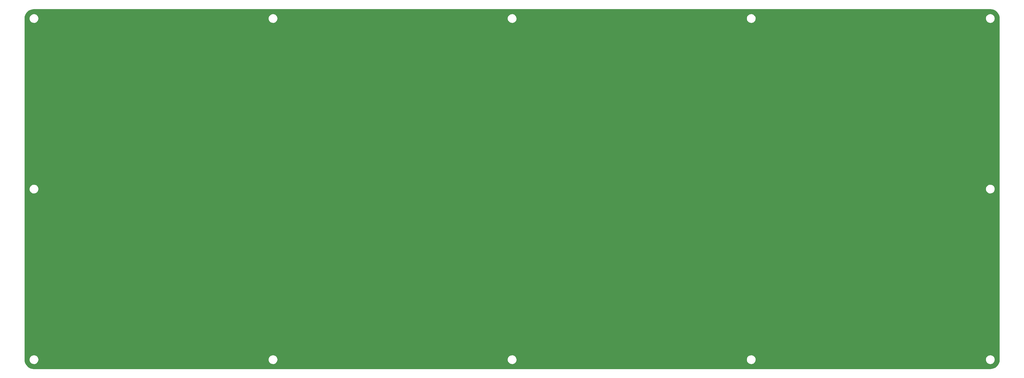
<source format=gtl>
G04 #@! TF.GenerationSoftware,KiCad,Pcbnew,(5.0.0)*
G04 #@! TF.CreationDate,2019-01-11T11:26:53-08:00*
G04 #@! TF.ProjectId,Celestine-SandwichCase-Bottom,43656C657374696E652D53616E647769,rev?*
G04 #@! TF.SameCoordinates,Original*
G04 #@! TF.FileFunction,Copper,L1,Top,Signal*
G04 #@! TF.FilePolarity,Positive*
%FSLAX46Y46*%
G04 Gerber Fmt 4.6, Leading zero omitted, Abs format (unit mm)*
G04 Created by KiCad (PCBNEW (5.0.0)) date 01/11/19 11:26:53*
%MOMM*%
%LPD*%
G01*
G04 APERTURE LIST*
G04 #@! TA.AperFunction,Conductor*
%ADD10C,1.524000*%
G04 #@! TD*
G04 #@! TA.AperFunction,Conductor*
%ADD11C,0.254000*%
G04 #@! TD*
G04 APERTURE END LIST*
D10*
G04 #@! TO.N,GND*
G04 #@! TO.C,O1*
X131619625Y-68580000D03*
G04 #@! TD*
D11*
G04 #@! TO.N,GND*
G36*
X377397355Y-17965546D02*
X378050943Y-18170369D01*
X378649999Y-18502431D01*
X379170048Y-18948166D01*
X379589849Y-19489369D01*
X379892254Y-20103936D01*
X380066794Y-20774005D01*
X380107925Y-21308556D01*
X380107926Y-148316894D01*
X380035580Y-149029125D01*
X379830757Y-149682716D01*
X379498694Y-150281774D01*
X379052956Y-150801825D01*
X378511751Y-151221627D01*
X377897189Y-151524029D01*
X377227121Y-151698569D01*
X376692569Y-151739700D01*
X21084221Y-151739700D01*
X20372000Y-151667355D01*
X19718409Y-151462532D01*
X19119351Y-151130469D01*
X18599300Y-150684731D01*
X18179498Y-150143526D01*
X17877096Y-149528964D01*
X17702556Y-148858896D01*
X17661425Y-148324344D01*
X17661425Y-148042010D01*
X19301901Y-148042010D01*
X19309287Y-148693049D01*
X19550549Y-149297778D01*
X19993337Y-149775109D01*
X20578275Y-150061035D01*
X21226927Y-150117214D01*
X21852314Y-149936114D01*
X22370576Y-149542019D01*
X22712216Y-148987774D01*
X22831425Y-148347700D01*
X22830967Y-148307362D01*
X22775291Y-148042010D01*
X108217526Y-148042010D01*
X108224912Y-148693049D01*
X108466174Y-149297778D01*
X108908962Y-149775109D01*
X109493900Y-150061035D01*
X110142552Y-150117214D01*
X110767939Y-149936114D01*
X111286201Y-149542019D01*
X111627841Y-148987774D01*
X111747050Y-148347700D01*
X111746592Y-148307362D01*
X111690916Y-148042010D01*
X197133151Y-148042010D01*
X197140537Y-148693049D01*
X197381799Y-149297778D01*
X197824587Y-149775109D01*
X198409525Y-150061035D01*
X199058177Y-150117214D01*
X199683564Y-149936114D01*
X200201826Y-149542019D01*
X200543466Y-148987774D01*
X200662675Y-148347700D01*
X200662217Y-148307362D01*
X200606541Y-148042010D01*
X286048776Y-148042010D01*
X286056162Y-148693049D01*
X286297424Y-149297778D01*
X286740212Y-149775109D01*
X287325150Y-150061035D01*
X287973802Y-150117214D01*
X288599189Y-149936114D01*
X289117451Y-149542019D01*
X289459091Y-148987774D01*
X289578300Y-148347700D01*
X289577842Y-148307362D01*
X289522166Y-148042010D01*
X374964401Y-148042010D01*
X374971787Y-148693049D01*
X375213049Y-149297778D01*
X375655837Y-149775109D01*
X376240775Y-150061035D01*
X376889427Y-150117214D01*
X377514814Y-149936114D01*
X378033076Y-149542019D01*
X378374716Y-148987774D01*
X378493925Y-148347700D01*
X378493467Y-148307362D01*
X378359768Y-147670157D01*
X378005641Y-147123806D01*
X377478572Y-146741570D01*
X376849237Y-146574705D01*
X376202026Y-146645586D01*
X375623726Y-146944708D01*
X375191882Y-147431962D01*
X374964401Y-148042010D01*
X289522166Y-148042010D01*
X289444143Y-147670157D01*
X289090016Y-147123806D01*
X288562947Y-146741570D01*
X287933612Y-146574705D01*
X287286401Y-146645586D01*
X286708101Y-146944708D01*
X286276257Y-147431962D01*
X286048776Y-148042010D01*
X200606541Y-148042010D01*
X200528518Y-147670157D01*
X200174391Y-147123806D01*
X199647322Y-146741570D01*
X199017987Y-146574705D01*
X198370776Y-146645586D01*
X197792476Y-146944708D01*
X197360632Y-147431962D01*
X197133151Y-148042010D01*
X111690916Y-148042010D01*
X111612893Y-147670157D01*
X111258766Y-147123806D01*
X110731697Y-146741570D01*
X110102362Y-146574705D01*
X109455151Y-146645586D01*
X108876851Y-146944708D01*
X108445007Y-147431962D01*
X108217526Y-148042010D01*
X22775291Y-148042010D01*
X22697268Y-147670157D01*
X22343141Y-147123806D01*
X21816072Y-146741570D01*
X21186737Y-146574705D01*
X20539526Y-146645586D01*
X19961226Y-146944708D01*
X19529382Y-147431962D01*
X19301901Y-148042010D01*
X17661425Y-148042010D01*
X17661425Y-84510760D01*
X19301901Y-84510760D01*
X19309287Y-85161799D01*
X19550549Y-85766528D01*
X19993337Y-86243859D01*
X20578275Y-86529785D01*
X21226927Y-86585964D01*
X21852314Y-86404864D01*
X22370576Y-86010769D01*
X22712216Y-85456524D01*
X22831425Y-84816450D01*
X22830967Y-84776112D01*
X22775291Y-84510760D01*
X374964401Y-84510760D01*
X374971787Y-85161799D01*
X375213049Y-85766528D01*
X375655837Y-86243859D01*
X376240775Y-86529785D01*
X376889427Y-86585964D01*
X377514814Y-86404864D01*
X378033076Y-86010769D01*
X378374716Y-85456524D01*
X378493925Y-84816450D01*
X378493467Y-84776112D01*
X378359768Y-84138907D01*
X378005641Y-83592556D01*
X377478572Y-83210320D01*
X376849237Y-83043455D01*
X376202026Y-83114336D01*
X375623726Y-83413458D01*
X375191882Y-83900712D01*
X374964401Y-84510760D01*
X22775291Y-84510760D01*
X22697268Y-84138907D01*
X22343141Y-83592556D01*
X21816072Y-83210320D01*
X21186737Y-83043455D01*
X20539526Y-83114336D01*
X19961226Y-83413458D01*
X19529382Y-83900712D01*
X19301901Y-84510760D01*
X17661425Y-84510760D01*
X17661425Y-21315995D01*
X17695604Y-20979510D01*
X19301901Y-20979510D01*
X19309287Y-21630549D01*
X19550549Y-22235278D01*
X19993337Y-22712609D01*
X20578275Y-22998535D01*
X21226927Y-23054714D01*
X21852314Y-22873614D01*
X22370576Y-22479519D01*
X22712216Y-21925274D01*
X22831425Y-21285200D01*
X22830967Y-21244862D01*
X22775291Y-20979510D01*
X108217526Y-20979510D01*
X108224912Y-21630549D01*
X108466174Y-22235278D01*
X108908962Y-22712609D01*
X109493900Y-22998535D01*
X110142552Y-23054714D01*
X110767939Y-22873614D01*
X111286201Y-22479519D01*
X111627841Y-21925274D01*
X111747050Y-21285200D01*
X111746592Y-21244862D01*
X111690916Y-20979510D01*
X197133151Y-20979510D01*
X197140537Y-21630549D01*
X197381799Y-22235278D01*
X197824587Y-22712609D01*
X198409525Y-22998535D01*
X199058177Y-23054714D01*
X199683564Y-22873614D01*
X200201826Y-22479519D01*
X200543466Y-21925274D01*
X200662675Y-21285200D01*
X200662217Y-21244862D01*
X200606541Y-20979510D01*
X286048776Y-20979510D01*
X286056162Y-21630549D01*
X286297424Y-22235278D01*
X286740212Y-22712609D01*
X287325150Y-22998535D01*
X287973802Y-23054714D01*
X288599189Y-22873614D01*
X289117451Y-22479519D01*
X289459091Y-21925274D01*
X289578300Y-21285200D01*
X289577842Y-21244862D01*
X289522166Y-20979510D01*
X374964401Y-20979510D01*
X374971787Y-21630549D01*
X375213049Y-22235278D01*
X375655837Y-22712609D01*
X376240775Y-22998535D01*
X376889427Y-23054714D01*
X377514814Y-22873614D01*
X378033076Y-22479519D01*
X378374716Y-21925274D01*
X378493925Y-21285200D01*
X378493467Y-21244862D01*
X378359768Y-20607657D01*
X378005641Y-20061306D01*
X377478572Y-19679070D01*
X376849237Y-19512205D01*
X376202026Y-19583086D01*
X375623726Y-19882208D01*
X375191882Y-20369462D01*
X374964401Y-20979510D01*
X289522166Y-20979510D01*
X289444143Y-20607657D01*
X289090016Y-20061306D01*
X288562947Y-19679070D01*
X287933612Y-19512205D01*
X287286401Y-19583086D01*
X286708101Y-19882208D01*
X286276257Y-20369462D01*
X286048776Y-20979510D01*
X200606541Y-20979510D01*
X200528518Y-20607657D01*
X200174391Y-20061306D01*
X199647322Y-19679070D01*
X199017987Y-19512205D01*
X198370776Y-19583086D01*
X197792476Y-19882208D01*
X197360632Y-20369462D01*
X197133151Y-20979510D01*
X111690916Y-20979510D01*
X111612893Y-20607657D01*
X111258766Y-20061306D01*
X110731697Y-19679070D01*
X110102362Y-19512205D01*
X109455151Y-19583086D01*
X108876851Y-19882208D01*
X108445007Y-20369462D01*
X108217526Y-20979510D01*
X22775291Y-20979510D01*
X22697268Y-20607657D01*
X22343141Y-20061306D01*
X21816072Y-19679070D01*
X21186737Y-19512205D01*
X20539526Y-19583086D01*
X19961226Y-19882208D01*
X19529382Y-20369462D01*
X19301901Y-20979510D01*
X17695604Y-20979510D01*
X17733771Y-20603770D01*
X17938594Y-19950182D01*
X18270656Y-19351126D01*
X18716391Y-18831077D01*
X19257594Y-18411276D01*
X19872161Y-18108871D01*
X20542230Y-17934331D01*
X21076781Y-17893200D01*
X376685130Y-17893200D01*
X377397355Y-17965546D01*
X377397355Y-17965546D01*
G37*
X377397355Y-17965546D02*
X378050943Y-18170369D01*
X378649999Y-18502431D01*
X379170048Y-18948166D01*
X379589849Y-19489369D01*
X379892254Y-20103936D01*
X380066794Y-20774005D01*
X380107925Y-21308556D01*
X380107926Y-148316894D01*
X380035580Y-149029125D01*
X379830757Y-149682716D01*
X379498694Y-150281774D01*
X379052956Y-150801825D01*
X378511751Y-151221627D01*
X377897189Y-151524029D01*
X377227121Y-151698569D01*
X376692569Y-151739700D01*
X21084221Y-151739700D01*
X20372000Y-151667355D01*
X19718409Y-151462532D01*
X19119351Y-151130469D01*
X18599300Y-150684731D01*
X18179498Y-150143526D01*
X17877096Y-149528964D01*
X17702556Y-148858896D01*
X17661425Y-148324344D01*
X17661425Y-148042010D01*
X19301901Y-148042010D01*
X19309287Y-148693049D01*
X19550549Y-149297778D01*
X19993337Y-149775109D01*
X20578275Y-150061035D01*
X21226927Y-150117214D01*
X21852314Y-149936114D01*
X22370576Y-149542019D01*
X22712216Y-148987774D01*
X22831425Y-148347700D01*
X22830967Y-148307362D01*
X22775291Y-148042010D01*
X108217526Y-148042010D01*
X108224912Y-148693049D01*
X108466174Y-149297778D01*
X108908962Y-149775109D01*
X109493900Y-150061035D01*
X110142552Y-150117214D01*
X110767939Y-149936114D01*
X111286201Y-149542019D01*
X111627841Y-148987774D01*
X111747050Y-148347700D01*
X111746592Y-148307362D01*
X111690916Y-148042010D01*
X197133151Y-148042010D01*
X197140537Y-148693049D01*
X197381799Y-149297778D01*
X197824587Y-149775109D01*
X198409525Y-150061035D01*
X199058177Y-150117214D01*
X199683564Y-149936114D01*
X200201826Y-149542019D01*
X200543466Y-148987774D01*
X200662675Y-148347700D01*
X200662217Y-148307362D01*
X200606541Y-148042010D01*
X286048776Y-148042010D01*
X286056162Y-148693049D01*
X286297424Y-149297778D01*
X286740212Y-149775109D01*
X287325150Y-150061035D01*
X287973802Y-150117214D01*
X288599189Y-149936114D01*
X289117451Y-149542019D01*
X289459091Y-148987774D01*
X289578300Y-148347700D01*
X289577842Y-148307362D01*
X289522166Y-148042010D01*
X374964401Y-148042010D01*
X374971787Y-148693049D01*
X375213049Y-149297778D01*
X375655837Y-149775109D01*
X376240775Y-150061035D01*
X376889427Y-150117214D01*
X377514814Y-149936114D01*
X378033076Y-149542019D01*
X378374716Y-148987774D01*
X378493925Y-148347700D01*
X378493467Y-148307362D01*
X378359768Y-147670157D01*
X378005641Y-147123806D01*
X377478572Y-146741570D01*
X376849237Y-146574705D01*
X376202026Y-146645586D01*
X375623726Y-146944708D01*
X375191882Y-147431962D01*
X374964401Y-148042010D01*
X289522166Y-148042010D01*
X289444143Y-147670157D01*
X289090016Y-147123806D01*
X288562947Y-146741570D01*
X287933612Y-146574705D01*
X287286401Y-146645586D01*
X286708101Y-146944708D01*
X286276257Y-147431962D01*
X286048776Y-148042010D01*
X200606541Y-148042010D01*
X200528518Y-147670157D01*
X200174391Y-147123806D01*
X199647322Y-146741570D01*
X199017987Y-146574705D01*
X198370776Y-146645586D01*
X197792476Y-146944708D01*
X197360632Y-147431962D01*
X197133151Y-148042010D01*
X111690916Y-148042010D01*
X111612893Y-147670157D01*
X111258766Y-147123806D01*
X110731697Y-146741570D01*
X110102362Y-146574705D01*
X109455151Y-146645586D01*
X108876851Y-146944708D01*
X108445007Y-147431962D01*
X108217526Y-148042010D01*
X22775291Y-148042010D01*
X22697268Y-147670157D01*
X22343141Y-147123806D01*
X21816072Y-146741570D01*
X21186737Y-146574705D01*
X20539526Y-146645586D01*
X19961226Y-146944708D01*
X19529382Y-147431962D01*
X19301901Y-148042010D01*
X17661425Y-148042010D01*
X17661425Y-84510760D01*
X19301901Y-84510760D01*
X19309287Y-85161799D01*
X19550549Y-85766528D01*
X19993337Y-86243859D01*
X20578275Y-86529785D01*
X21226927Y-86585964D01*
X21852314Y-86404864D01*
X22370576Y-86010769D01*
X22712216Y-85456524D01*
X22831425Y-84816450D01*
X22830967Y-84776112D01*
X22775291Y-84510760D01*
X374964401Y-84510760D01*
X374971787Y-85161799D01*
X375213049Y-85766528D01*
X375655837Y-86243859D01*
X376240775Y-86529785D01*
X376889427Y-86585964D01*
X377514814Y-86404864D01*
X378033076Y-86010769D01*
X378374716Y-85456524D01*
X378493925Y-84816450D01*
X378493467Y-84776112D01*
X378359768Y-84138907D01*
X378005641Y-83592556D01*
X377478572Y-83210320D01*
X376849237Y-83043455D01*
X376202026Y-83114336D01*
X375623726Y-83413458D01*
X375191882Y-83900712D01*
X374964401Y-84510760D01*
X22775291Y-84510760D01*
X22697268Y-84138907D01*
X22343141Y-83592556D01*
X21816072Y-83210320D01*
X21186737Y-83043455D01*
X20539526Y-83114336D01*
X19961226Y-83413458D01*
X19529382Y-83900712D01*
X19301901Y-84510760D01*
X17661425Y-84510760D01*
X17661425Y-21315995D01*
X17695604Y-20979510D01*
X19301901Y-20979510D01*
X19309287Y-21630549D01*
X19550549Y-22235278D01*
X19993337Y-22712609D01*
X20578275Y-22998535D01*
X21226927Y-23054714D01*
X21852314Y-22873614D01*
X22370576Y-22479519D01*
X22712216Y-21925274D01*
X22831425Y-21285200D01*
X22830967Y-21244862D01*
X22775291Y-20979510D01*
X108217526Y-20979510D01*
X108224912Y-21630549D01*
X108466174Y-22235278D01*
X108908962Y-22712609D01*
X109493900Y-22998535D01*
X110142552Y-23054714D01*
X110767939Y-22873614D01*
X111286201Y-22479519D01*
X111627841Y-21925274D01*
X111747050Y-21285200D01*
X111746592Y-21244862D01*
X111690916Y-20979510D01*
X197133151Y-20979510D01*
X197140537Y-21630549D01*
X197381799Y-22235278D01*
X197824587Y-22712609D01*
X198409525Y-22998535D01*
X199058177Y-23054714D01*
X199683564Y-22873614D01*
X200201826Y-22479519D01*
X200543466Y-21925274D01*
X200662675Y-21285200D01*
X200662217Y-21244862D01*
X200606541Y-20979510D01*
X286048776Y-20979510D01*
X286056162Y-21630549D01*
X286297424Y-22235278D01*
X286740212Y-22712609D01*
X287325150Y-22998535D01*
X287973802Y-23054714D01*
X288599189Y-22873614D01*
X289117451Y-22479519D01*
X289459091Y-21925274D01*
X289578300Y-21285200D01*
X289577842Y-21244862D01*
X289522166Y-20979510D01*
X374964401Y-20979510D01*
X374971787Y-21630549D01*
X375213049Y-22235278D01*
X375655837Y-22712609D01*
X376240775Y-22998535D01*
X376889427Y-23054714D01*
X377514814Y-22873614D01*
X378033076Y-22479519D01*
X378374716Y-21925274D01*
X378493925Y-21285200D01*
X378493467Y-21244862D01*
X378359768Y-20607657D01*
X378005641Y-20061306D01*
X377478572Y-19679070D01*
X376849237Y-19512205D01*
X376202026Y-19583086D01*
X375623726Y-19882208D01*
X375191882Y-20369462D01*
X374964401Y-20979510D01*
X289522166Y-20979510D01*
X289444143Y-20607657D01*
X289090016Y-20061306D01*
X288562947Y-19679070D01*
X287933612Y-19512205D01*
X287286401Y-19583086D01*
X286708101Y-19882208D01*
X286276257Y-20369462D01*
X286048776Y-20979510D01*
X200606541Y-20979510D01*
X200528518Y-20607657D01*
X200174391Y-20061306D01*
X199647322Y-19679070D01*
X199017987Y-19512205D01*
X198370776Y-19583086D01*
X197792476Y-19882208D01*
X197360632Y-20369462D01*
X197133151Y-20979510D01*
X111690916Y-20979510D01*
X111612893Y-20607657D01*
X111258766Y-20061306D01*
X110731697Y-19679070D01*
X110102362Y-19512205D01*
X109455151Y-19583086D01*
X108876851Y-19882208D01*
X108445007Y-20369462D01*
X108217526Y-20979510D01*
X22775291Y-20979510D01*
X22697268Y-20607657D01*
X22343141Y-20061306D01*
X21816072Y-19679070D01*
X21186737Y-19512205D01*
X20539526Y-19583086D01*
X19961226Y-19882208D01*
X19529382Y-20369462D01*
X19301901Y-20979510D01*
X17695604Y-20979510D01*
X17733771Y-20603770D01*
X17938594Y-19950182D01*
X18270656Y-19351126D01*
X18716391Y-18831077D01*
X19257594Y-18411276D01*
X19872161Y-18108871D01*
X20542230Y-17934331D01*
X21076781Y-17893200D01*
X376685130Y-17893200D01*
X377397355Y-17965546D01*
G04 #@! TD*
M02*

</source>
